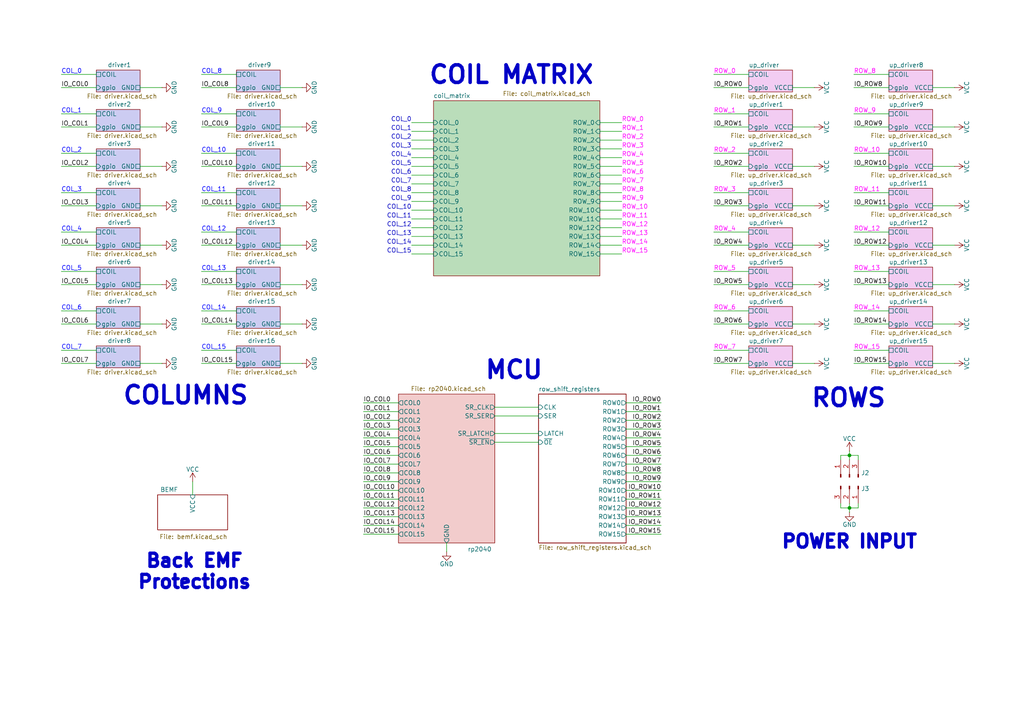
<source format=kicad_sch>
(kicad_sch (version 20231120) (generator "eeschema") (generator_version "8.0")
  (paper "A4")
  (title_block (date "2024-07-23"))
  (lib_symbols
    (symbol "Connector:Conn_01x03_Pin" (pin_names (offset 1.016) hide)
      (property "Reference" "J" (at 0 5.08 0))
      (property "Value" "Conn_01x03_Pin" (at 0 -5.08 0))
      (symbol "Conn_01x03_Pin_1_1"
        (polyline (pts (xy 1.27 -2.54) (xy 0.8636 -2.54)) (stroke (width 0.1524)))
        (polyline (pts (xy 1.27 0) (xy 0.8636 0)) (stroke (width 0.1524)))
        (polyline (pts (xy 1.27 2.54) (xy 0.8636 2.54)) (stroke (width 0.1524)))
        (rectangle (start 0.8636 -2.413) (end 0 -2.667) (stroke (width 0.1524)) (fill (type outline)))
        (rectangle (start 0.8636 0.127) (end 0 -0.127) (stroke (width 0.1524)) (fill (type outline)))
        (rectangle (start 0.8636 2.667) (end 0 2.413) (stroke (width 0.1524)) (fill (type outline)))
        (pin passive line (at 5.08 2.54 180) (length 3.81) (name "Pin_1") (number "1"))
        (pin passive line (at 5.08 0 180) (length 3.81) (name "Pin_2") (number "2"))
        (pin passive line (at 5.08 -2.54 180) (length 3.81) (name "Pin_3") (number "3"))
      )
    )
    (symbol "power:GND" (power) (pin_numbers hide) (pin_names (offset 0) hide)
      (property "Value" "GND" (at 0 -3.81 0))
      (symbol "GND_0_1"
        (polyline (pts (xy 0 0) (xy 0 -1.27) (xy 1.27 -1.27) (xy 0 -2.54) (xy -1.27 -1.27) (xy 0 -1.27)))
      )
      (symbol "GND_1_1"
        (pin power_in line (at 0 0 270) (length 0) (name "~") (number "1"))
      )
    )
    (symbol "power:VCC" (power) (pin_numbers hide) (pin_names (offset 0) hide)
      (property "Value" "VCC" (at 0 3.556 0))
      (symbol "VCC_0_1"
        (polyline (pts (xy -0.762 1.27) (xy 0 2.54)))
        (polyline (pts (xy 0 0) (xy 0 2.54)))
        (polyline (pts (xy 0 2.54) (xy 0.762 1.27)))
      )
      (symbol "VCC_1_1"
        (pin power_in line (at 0 0 90) (length 0) (name "~") (number "1"))
      )
    )
  )
  (junction (at 246.38 147.32))
  (junction (at 246.38 132.08))
  (wire (pts (xy 17.78 93.98) (xy 27.94 93.98)))
  (wire (pts (xy 257.81 36.83) (xy 247.65 36.83)))
  (wire (pts (xy 17.78 82.55) (xy 27.94 82.55)))
  (wire (pts (xy 247.65 67.31) (xy 257.81 67.31)))
  (wire (pts (xy 81.28 93.98) (xy 87.63 93.98)))
  (wire (pts (xy 17.78 33.02) (xy 27.94 33.02)))
  (wire (pts (xy 246.38 130.81) (xy 246.38 132.08)))
  (wire (pts (xy 40.64 105.41) (xy 46.99 105.41)))
  (wire (pts (xy 125.73 53.34) (xy 119.38 53.34)))
  (wire (pts (xy 207.01 21.59) (xy 217.17 21.59)))
  (wire (pts (xy 105.41 144.78) (xy 115.57 144.78)))
  (wire (pts (xy 143.51 128.27) (xy 156.21 128.27)))
  (wire (pts (xy 81.28 71.12) (xy 87.63 71.12)))
  (wire (pts (xy 81.28 59.69) (xy 87.63 59.69)))
  (wire (pts (xy 229.87 48.26) (xy 236.22 48.26)))
  (wire (pts (xy 181.61 119.38) (xy 191.77 119.38)))
  (wire (pts (xy 40.64 82.55) (xy 46.99 82.55)))
  (wire (pts (xy 180.34 38.1) (xy 173.99 38.1)))
  (wire (pts (xy 81.28 36.83) (xy 87.63 36.83)))
  (wire (pts (xy 40.64 71.12) (xy 46.99 71.12)))
  (wire (pts (xy 58.42 78.74) (xy 68.58 78.74)))
  (wire (pts (xy 58.42 55.88) (xy 68.58 55.88)))
  (wire (pts (xy 229.87 36.83) (xy 236.22 36.83)))
  (wire (pts (xy 180.34 50.8) (xy 173.99 50.8)))
  (wire (pts (xy 125.73 63.5) (xy 119.38 63.5)))
  (wire (pts (xy 17.78 90.17) (xy 27.94 90.17)))
  (wire (pts (xy 217.17 105.41) (xy 207.01 105.41)))
  (wire (pts (xy 125.73 60.96) (xy 119.38 60.96)))
  (wire (pts (xy 181.61 154.94) (xy 191.77 154.94)))
  (wire (pts (xy 229.87 82.55) (xy 236.22 82.55)))
  (wire (pts (xy 58.42 101.6) (xy 68.58 101.6)))
  (wire (pts (xy 181.61 139.7) (xy 191.77 139.7)))
  (wire (pts (xy 180.34 73.66) (xy 173.99 73.66)))
  (wire (pts (xy 125.73 43.18) (xy 119.38 43.18)))
  (wire (pts (xy 58.42 44.45) (xy 68.58 44.45)))
  (wire (pts (xy 125.73 48.26) (xy 119.38 48.26)))
  (wire (pts (xy 105.41 142.24) (xy 115.57 142.24)))
  (wire (pts (xy 181.61 137.16) (xy 191.77 137.16)))
  (wire (pts (xy 246.38 147.32) (xy 246.38 146.05)))
  (wire (pts (xy 105.41 132.08) (xy 115.57 132.08)))
  (wire (pts (xy 143.51 120.65) (xy 156.21 120.65)))
  (wire (pts (xy 17.78 59.69) (xy 27.94 59.69)))
  (wire (pts (xy 58.42 59.69) (xy 68.58 59.69)))
  (wire (pts (xy 229.87 105.41) (xy 236.22 105.41)))
  (wire (pts (xy 217.17 36.83) (xy 207.01 36.83)))
  (wire (pts (xy 17.78 25.4) (xy 27.94 25.4)))
  (wire (pts (xy 217.17 71.12) (xy 207.01 71.12)))
  (wire (pts (xy 58.42 93.98) (xy 68.58 93.98)))
  (wire (pts (xy 180.34 71.12) (xy 173.99 71.12)))
  (wire (pts (xy 40.64 59.69) (xy 46.99 59.69)))
  (wire (pts (xy 181.61 127) (xy 191.77 127)))
  (wire (pts (xy 105.41 149.86) (xy 115.57 149.86)))
  (wire (pts (xy 143.51 118.11) (xy 156.21 118.11)))
  (wire (pts (xy 125.73 73.66) (xy 119.38 73.66)))
  (wire (pts (xy 180.34 60.96) (xy 173.99 60.96)))
  (wire (pts (xy 243.84 133.35) (xy 243.84 132.08)))
  (wire (pts (xy 247.65 21.59) (xy 257.81 21.59)))
  (wire (pts (xy 270.51 48.26) (xy 276.86 48.26)))
  (wire (pts (xy 58.42 67.31) (xy 68.58 67.31)))
  (wire (pts (xy 229.87 93.98) (xy 236.22 93.98)))
  (wire (pts (xy 17.78 48.26) (xy 27.94 48.26)))
  (wire (pts (xy 17.78 71.12) (xy 27.94 71.12)))
  (wire (pts (xy 247.65 101.6) (xy 257.81 101.6)))
  (wire (pts (xy 125.73 55.88) (xy 119.38 55.88)))
  (wire (pts (xy 17.78 105.41) (xy 27.94 105.41)))
  (wire (pts (xy 81.28 25.4) (xy 87.63 25.4)))
  (wire (pts (xy 81.28 48.26) (xy 87.63 48.26)))
  (wire (pts (xy 207.01 101.6) (xy 217.17 101.6)))
  (wire (pts (xy 55.88 139.7) (xy 55.88 143.51)))
  (wire (pts (xy 105.41 129.54) (xy 115.57 129.54)))
  (wire (pts (xy 257.81 48.26) (xy 247.65 48.26)))
  (wire (pts (xy 248.92 133.35) (xy 248.92 132.08)))
  (wire (pts (xy 270.51 71.12) (xy 276.86 71.12)))
  (wire (pts (xy 180.34 53.34) (xy 173.99 53.34)))
  (wire (pts (xy 181.61 132.08) (xy 191.77 132.08)))
  (wire (pts (xy 58.42 90.17) (xy 68.58 90.17)))
  (wire (pts (xy 105.41 116.84) (xy 115.57 116.84)))
  (wire (pts (xy 58.42 48.26) (xy 68.58 48.26)))
  (wire (pts (xy 257.81 25.4) (xy 247.65 25.4)))
  (wire (pts (xy 207.01 44.45) (xy 217.17 44.45)))
  (wire (pts (xy 17.78 67.31) (xy 27.94 67.31)))
  (wire (pts (xy 229.87 25.4) (xy 236.22 25.4)))
  (wire (pts (xy 257.81 82.55) (xy 247.65 82.55)))
  (wire (pts (xy 248.92 146.05) (xy 248.92 147.32)))
  (wire (pts (xy 40.64 36.83) (xy 46.99 36.83)))
  (wire (pts (xy 270.51 105.41) (xy 276.86 105.41)))
  (wire (pts (xy 247.65 78.74) (xy 257.81 78.74)))
  (wire (pts (xy 217.17 25.4) (xy 207.01 25.4)))
  (wire (pts (xy 229.87 59.69) (xy 236.22 59.69)))
  (wire (pts (xy 180.34 55.88) (xy 173.99 55.88)))
  (wire (pts (xy 257.81 105.41) (xy 247.65 105.41)))
  (wire (pts (xy 105.41 147.32) (xy 115.57 147.32)))
  (wire (pts (xy 105.41 127) (xy 115.57 127)))
  (wire (pts (xy 246.38 132.08) (xy 246.38 133.35)))
  (wire (pts (xy 143.51 125.73) (xy 156.21 125.73)))
  (wire (pts (xy 270.51 82.55) (xy 276.86 82.55)))
  (wire (pts (xy 248.92 147.32) (xy 246.38 147.32)))
  (wire (pts (xy 17.78 55.88) (xy 27.94 55.88)))
  (wire (pts (xy 181.61 134.62) (xy 191.77 134.62)))
  (wire (pts (xy 105.41 152.4) (xy 115.57 152.4)))
  (wire (pts (xy 58.42 105.41) (xy 68.58 105.41)))
  (wire (pts (xy 270.51 93.98) (xy 276.86 93.98)))
  (wire (pts (xy 217.17 59.69) (xy 207.01 59.69)))
  (wire (pts (xy 58.42 21.59) (xy 68.58 21.59)))
  (wire (pts (xy 125.73 66.04) (xy 119.38 66.04)))
  (wire (pts (xy 105.41 124.46) (xy 115.57 124.46)))
  (wire (pts (xy 229.87 71.12) (xy 236.22 71.12)))
  (wire (pts (xy 105.41 137.16) (xy 115.57 137.16)))
  (wire (pts (xy 207.01 78.74) (xy 217.17 78.74)))
  (wire (pts (xy 243.84 146.05) (xy 243.84 147.32)))
  (wire (pts (xy 17.78 36.83) (xy 27.94 36.83)))
  (wire (pts (xy 180.34 43.18) (xy 173.99 43.18)))
  (wire (pts (xy 81.28 105.41) (xy 87.63 105.41)))
  (wire (pts (xy 257.81 93.98) (xy 247.65 93.98)))
  (wire (pts (xy 181.61 147.32) (xy 191.77 147.32)))
  (wire (pts (xy 243.84 132.08) (xy 246.38 132.08)))
  (wire (pts (xy 207.01 90.17) (xy 217.17 90.17)))
  (wire (pts (xy 247.65 90.17) (xy 257.81 90.17)))
  (wire (pts (xy 180.34 58.42) (xy 173.99 58.42)))
  (wire (pts (xy 125.73 58.42) (xy 119.38 58.42)))
  (wire (pts (xy 125.73 68.58) (xy 119.38 68.58)))
  (wire (pts (xy 58.42 25.4) (xy 68.58 25.4)))
  (wire (pts (xy 58.42 82.55) (xy 68.58 82.55)))
  (wire (pts (xy 181.61 152.4) (xy 191.77 152.4)))
  (wire (pts (xy 129.54 157.48) (xy 129.54 160.02)))
  (wire (pts (xy 181.61 124.46) (xy 191.77 124.46)))
  (wire (pts (xy 17.78 21.59) (xy 27.94 21.59)))
  (wire (pts (xy 180.34 63.5) (xy 173.99 63.5)))
  (wire (pts (xy 207.01 55.88) (xy 217.17 55.88)))
  (wire (pts (xy 81.28 82.55) (xy 87.63 82.55)))
  (wire (pts (xy 180.34 35.56) (xy 173.99 35.56)))
  (wire (pts (xy 58.42 36.83) (xy 68.58 36.83)))
  (wire (pts (xy 217.17 82.55) (xy 207.01 82.55)))
  (wire (pts (xy 105.41 119.38) (xy 115.57 119.38)))
  (wire (pts (xy 248.92 132.08) (xy 246.38 132.08)))
  (wire (pts (xy 207.01 67.31) (xy 217.17 67.31)))
  (wire (pts (xy 207.01 33.02) (xy 217.17 33.02)))
  (wire (pts (xy 105.41 134.62) (xy 115.57 134.62)))
  (wire (pts (xy 181.61 144.78) (xy 191.77 144.78)))
  (wire (pts (xy 40.64 93.98) (xy 46.99 93.98)))
  (wire (pts (xy 217.17 48.26) (xy 207.01 48.26)))
  (wire (pts (xy 257.81 71.12) (xy 247.65 71.12)))
  (wire (pts (xy 247.65 55.88) (xy 257.81 55.88)))
  (wire (pts (xy 58.42 71.12) (xy 68.58 71.12)))
  (wire (pts (xy 125.73 71.12) (xy 119.38 71.12)))
  (wire (pts (xy 243.84 147.32) (xy 246.38 147.32)))
  (wire (pts (xy 257.81 59.69) (xy 247.65 59.69)))
  (wire (pts (xy 58.42 33.02) (xy 68.58 33.02)))
  (wire (pts (xy 105.41 139.7) (xy 115.57 139.7)))
  (wire (pts (xy 247.65 44.45) (xy 257.81 44.45)))
  (wire (pts (xy 270.51 25.4) (xy 276.86 25.4)))
  (wire (pts (xy 181.61 121.92) (xy 191.77 121.92)))
  (wire (pts (xy 180.34 40.64) (xy 173.99 40.64)))
  (wire (pts (xy 125.73 45.72) (xy 119.38 45.72)))
  (wire (pts (xy 246.38 148.59) (xy 246.38 147.32)))
  (wire (pts (xy 247.65 33.02) (xy 257.81 33.02)))
  (wire (pts (xy 180.34 48.26) (xy 173.99 48.26)))
  (wire (pts (xy 125.73 50.8) (xy 119.38 50.8)))
  (wire (pts (xy 180.34 45.72) (xy 173.99 45.72)))
  (wire (pts (xy 17.78 78.74) (xy 27.94 78.74)))
  (wire (pts (xy 125.73 35.56) (xy 119.38 35.56)))
  (wire (pts (xy 217.17 93.98) (xy 207.01 93.98)))
  (wire (pts (xy 105.41 154.94) (xy 115.57 154.94)))
  (wire (pts (xy 181.61 116.84) (xy 191.77 116.84)))
  (wire (pts (xy 40.64 48.26) (xy 46.99 48.26)))
  (wire (pts (xy 105.41 121.92) (xy 115.57 121.92)))
  (wire (pts (xy 17.78 101.6) (xy 27.94 101.6)))
  (wire (pts (xy 125.73 38.1) (xy 119.38 38.1)))
  (wire (pts (xy 17.78 44.45) (xy 27.94 44.45)))
  (wire (pts (xy 270.51 59.69) (xy 276.86 59.69)))
  (wire (pts (xy 181.61 149.86) (xy 191.77 149.86)))
  (wire (pts (xy 40.64 25.4) (xy 46.99 25.4)))
  (wire (pts (xy 181.61 129.54) (xy 191.77 129.54)))
  (wire (pts (xy 180.34 66.04) (xy 173.99 66.04)))
  (wire (pts (xy 125.73 40.64) (xy 119.38 40.64)))
  (wire (pts (xy 181.61 142.24) (xy 191.77 142.24)))
  (wire (pts (xy 180.34 68.58) (xy 173.99 68.58)))
  (wire (pts (xy 270.51 36.83) (xy 276.86 36.83)))
  (text "COIL MATRIX" (at 148.336 21.844 0) (effects (font (size 5.08 5.08) (thickness 1.016) (bold yes))))
  (text "COLUMNS" (at 53.848 114.808 0) (effects (font (size 5.08 5.08) (thickness 1.016) (bold yes))))
  (text "Back EMF\nProtections" (at 56.388 165.862 0) (effects (font (size 3.81 3.81) (thickness 1.016) (bold yes))))
  (text "POWER INPUT\n" (at 246.38 157.226 0) (effects (font (size 3.81 3.81) (thickness 1.016) (bold yes))))
  (text "MCU" (at 149.098 107.442 0) (effects (font (size 5.08 5.08) (thickness 1.016) (bold yes))))
  (text "ROWS" (at 246.126 115.57 0) (effects (font (size 5.08 5.08) (thickness 1.016) (bold yes))))
  (label "COL_14" (at 58.42 90.17 0))
  (label "IO_ROW13" (at 191.77 149.86 180))
  (label "ROW_13" (at 180.34 68.58 0))
  (label "ROW_4" (at 207.01 67.31 0))
  (label "IO_COL1" (at 105.41 119.38 0))
  (label "COL_12" (at 119.38 66.04 180))
  (label "IO_ROW1" (at 191.77 119.38 180))
  (label "IO_COL8" (at 105.41 137.16 0))
  (label "IO_COL11" (at 58.42 59.69 0))
  (label "COL_1" (at 119.38 38.1 180))
  (label "IO_COL1" (at 17.78 36.83 0))
  (label "IO_ROW6" (at 207.01 93.98 0))
  (label "IO_ROW15" (at 191.77 154.94 180))
  (label "COL_3" (at 17.78 55.88 0))
  (label "COL_6" (at 119.38 50.8 180))
  (label "IO_COL12" (at 58.42 71.12 0))
  (label "ROW_11" (at 247.65 55.88 0))
  (label "COL_2" (at 17.78 44.45 0))
  (label "COL_15" (at 58.42 101.6 0))
  (label "ROW_11" (at 180.34 63.5 0))
  (label "IO_ROW9" (at 247.65 36.83 0))
  (label "IO_COL14" (at 58.42 93.98 0))
  (label "IO_ROW4" (at 191.77 127 180))
  (label "IO_COL3" (at 105.41 124.46 0))
  (label "COL_8" (at 58.42 21.59 0))
  (label "COL_10" (at 58.42 44.45 0))
  (label "IO_ROW15" (at 247.65 105.41 0))
  (label "IO_ROW14" (at 247.65 93.98 0))
  (label "ROW_9" (at 247.65 33.02 0))
  (label "IO_ROW0" (at 207.01 25.4 0))
  (label "ROW_7" (at 207.01 101.6 0))
  (label "IO_COL9" (at 105.41 139.7 0))
  (label "ROW_15" (at 180.34 73.66 0))
  (label "COL_9" (at 58.42 33.02 0))
  (label "COL_12" (at 58.42 67.31 0))
  (label "COL_9" (at 119.38 58.42 180))
  (label "COL_2" (at 119.38 40.64 180))
  (label "IO_ROW14" (at 191.77 152.4 180))
  (label "COL_8" (at 119.38 55.88 180))
  (label "COL_5" (at 119.38 48.26 180))
  (label "IO_COL13" (at 58.42 82.55 0))
  (label "COL_4" (at 17.78 67.31 0))
  (label "IO_ROW3" (at 207.01 59.69 0))
  (label "IO_ROW1" (at 207.01 36.83 0))
  (label "IO_COL5" (at 17.78 82.55 0))
  (label "IO_COL11" (at 105.41 144.78 0))
  (label "COL_4" (at 119.38 45.72 180))
  (label "ROW_0" (at 207.01 21.59 0))
  (label "IO_COL0" (at 105.41 116.84 0))
  (label "COL_5" (at 17.78 78.74 0))
  (label "IO_ROW8" (at 191.77 137.16 180))
  (label "IO_COL8" (at 58.42 25.4 0))
  (label "ROW_13" (at 247.65 78.74 0))
  (label "IO_ROW11" (at 247.65 59.69 0))
  (label "IO_COL5" (at 105.41 129.54 0))
  (label "IO_ROW3" (at 191.77 124.46 180))
  (label "IO_COL7" (at 105.41 134.62 0))
  (label "ROW_2" (at 207.01 44.45 0))
  (label "IO_ROW6" (at 191.77 132.08 180))
  (label "ROW_12" (at 180.34 66.04 0))
  (label "IO_ROW7" (at 207.01 105.41 0))
  (label "IO_COL4" (at 17.78 71.12 0))
  (label "COL_14" (at 119.38 71.12 180))
  (label "ROW_1" (at 207.01 33.02 0))
  (label "COL_3" (at 119.38 43.18 180))
  (label "IO_ROW13" (at 247.65 82.55 0))
  (label "ROW_8" (at 180.34 55.88 0))
  (label "IO_ROW10" (at 191.77 142.24 180))
  (label "IO_COL2" (at 17.78 48.26 0))
  (label "IO_ROW0" (at 191.77 116.84 180))
  (label "ROW_6" (at 180.34 50.8 0))
  (label "COL_11" (at 119.38 63.5 180))
  (label "COL_11" (at 58.42 55.88 0))
  (label "IO_COL6" (at 105.41 132.08 0))
  (label "ROW_15" (at 247.65 101.6 0))
  (label "IO_COL10" (at 58.42 48.26 0))
  (label "ROW_9" (at 180.34 58.42 0))
  (label "IO_COL10" (at 105.41 142.24 0))
  (label "IO_ROW11" (at 191.77 144.78 180))
  (label "ROW_0" (at 180.34 35.56 0))
  (label "IO_COL14" (at 105.41 152.4 0))
  (label "IO_COL15" (at 105.41 154.94 0))
  (label "ROW_10" (at 247.65 44.45 0))
  (label "IO_COL6" (at 17.78 93.98 0))
  (label "ROW_10" (at 180.34 60.96 0))
  (label "IO_ROW4" (at 207.01 71.12 0))
  (label "IO_ROW5" (at 191.77 129.54 180))
  (label "ROW_5" (at 207.01 78.74 0))
  (label "COL_7" (at 17.78 101.6 0))
  (label "COL_13" (at 58.42 78.74 0))
  (label "ROW_2" (at 180.34 40.64 0))
  (label "ROW_1" (at 180.34 38.1 0))
  (label "COL_13" (at 119.38 68.58 180))
  (label "IO_ROW7" (at 191.77 134.62 180))
  (label "COL_6" (at 17.78 90.17 0))
  (label "IO_ROW10" (at 247.65 48.26 0))
  (label "COL_10" (at 119.38 60.96 180))
  (label "IO_ROW8" (at 247.65 25.4 0))
  (label "ROW_14" (at 247.65 90.17 0))
  (label "IO_ROW2" (at 191.77 121.92 180))
  (label "ROW_5" (at 180.34 48.26 0))
  (label "ROW_12" (at 247.65 67.31 0))
  (label "COL_0" (at 17.78 21.59 0))
  (label "COL_0" (at 119.38 35.56 180))
  (label "ROW_8" (at 247.65 21.59 0))
  (label "ROW_14" (at 180.34 71.12 0))
  (label "IO_COL13" (at 105.41 149.86 0))
  (label "IO_COL0" (at 17.78 25.4 0))
  (label "COL_1" (at 17.78 33.02 0))
  (label "ROW_7" (at 180.34 53.34 0))
  (label "ROW_3" (at 180.34 43.18 0))
  (label "IO_COL2" (at 105.41 121.92 0))
  (label "COL_15" (at 119.38 73.66 180))
  (label "IO_ROW12" (at 247.65 71.12 0))
  (label "IO_COL7" (at 17.78 105.41 0))
  (label "IO_COL15" (at 58.42 105.41 0))
  (label "IO_COL12" (at 105.41 147.32 0))
  (label "IO_ROW2" (at 207.01 48.26 0))
  (label "IO_COL4" (at 105.41 127 0))
  (label "IO_COL3" (at 17.78 59.69 0))
  (label "ROW_4" (at 180.34 45.72 0))
  (label "IO_ROW12" (at 191.77 147.32 180))
  (label "ROW_3" (at 207.01 55.88 0))
  (label "IO_ROW9" (at 191.77 139.7 180))
  (label "IO_COL9" (at 58.42 36.83 0))
  (label "COL_7" (at 119.38 53.34 180))
  (label "IO_ROW5" (at 207.01 82.55 0))
  (label "ROW_6" (at 207.01 90.17 0))
  (symbol (lib_id "power:GND") (at 46.99 71.12 90) (unit 1)
    (property "Reference" "#PWR011" (effects (hide yes)))
    (property "Value" "GND" (at 50.546 71.12 0))
    (property "Description" "Power symbol creates a global label with name \"GND\" , ground" (effects (hide yes)))
  )
  (symbol (lib_id "power:VCC") (at 55.88 139.7 0) (unit 1)
    (property "Reference" "#PWR01" (effects (hide yes)))
    (property "Value" "VCC" (at 55.88 136.144 0))
    (property "Description" "Power symbol creates a global label with name \"VCC\"" (effects (hide yes)))
  )
  (symbol (lib_id "power:VCC") (at 236.22 71.12 270) (unit 1)
    (property "Reference" "#PWR063" (effects (hide yes)))
    (property "Value" "VCC" (at 239.776 71.12 0))
    (property "Description" "Power symbol creates a global label with name \"VCC\"" (effects (hide yes)))
  )
  (symbol (lib_id "power:VCC") (at 276.86 25.4 270) (unit 1)
    (property "Reference" "#PWR067" (effects (hide yes)))
    (property "Value" "VCC" (at 280.416 25.4 0))
    (property "Description" "Power symbol creates a global label with name \"VCC\"" (effects (hide yes)))
  )
  (symbol (lib_id "power:VCC") (at 276.86 59.69 270) (unit 1)
    (property "Reference" "#PWR070" (effects (hide yes)))
    (property "Value" "VCC" (at 280.416 59.69 0))
    (property "Description" "Power symbol creates a global label with name \"VCC\"" (effects (hide yes)))
  )
  (symbol (lib_id "power:GND") (at 46.99 105.41 90) (unit 1)
    (property "Reference" "#PWR017" (effects (hide yes)))
    (property "Value" "GND" (at 50.546 105.41 0))
    (property "Description" "Power symbol creates a global label with name \"GND\" , ground" (effects (hide yes)))
  )
  (symbol (lib_id "power:GND") (at 46.99 25.4 90) (unit 1)
    (property "Reference" "#PWR05" (effects (hide yes)))
    (property "Value" "GND" (at 50.546 25.4 0))
    (property "Description" "Power symbol creates a global label with name \"GND\" , ground" (effects (hide yes)))
  )
  (symbol (lib_id "power:GND") (at 46.99 59.69 90) (unit 1)
    (property "Reference" "#PWR09" (effects (hide yes)))
    (property "Value" "GND" (at 50.546 59.69 0))
    (property "Description" "Power symbol creates a global label with name \"GND\" , ground" (effects (hide yes)))
  )
  (symbol (lib_id "power:VCC") (at 246.38 130.81 0) (unit 1)
    (property "Reference" "#PWR075" (effects (hide yes)))
    (property "Value" "VCC" (at 246.38 127.254 0))
    (property "Description" "Power symbol creates a global label with name \"VCC\"" (effects (hide yes)))
  )
  (symbol (lib_id "power:GND") (at 46.99 93.98 90) (unit 1)
    (property "Reference" "#PWR015" (effects (hide yes)))
    (property "Value" "GND" (at 50.546 93.98 0))
    (property "Description" "Power symbol creates a global label with name \"GND\" , ground" (effects (hide yes)))
  )
  (symbol (lib_id "power:VCC") (at 276.86 93.98 270) (unit 1)
    (property "Reference" "#PWR073" (effects (hide yes)))
    (property "Value" "VCC" (at 280.416 93.98 0))
    (property "Description" "Power symbol creates a global label with name \"VCC\"" (effects (hide yes)))
  )
  (symbol (lib_id "power:VCC") (at 236.22 48.26 270) (unit 1)
    (property "Reference" "#PWR061" (effects (hide yes)))
    (property "Value" "VCC" (at 239.776 48.26 0))
    (property "Description" "Power symbol creates a global label with name \"VCC\"" (effects (hide yes)))
  )
  (symbol (lib_id "power:GND") (at 129.54 160.02 0) (unit 1)
    (property "Reference" "#PWR077" (effects (hide yes)))
    (property "Value" "GND" (at 129.54 163.576 0))
    (property "Description" "Power symbol creates a global label with name \"GND\" , ground" (effects (hide yes)))
  )
  (symbol (lib_id "power:VCC") (at 276.86 36.83 270) (unit 1)
    (property "Reference" "#PWR068" (effects (hide yes)))
    (property "Value" "VCC" (at 280.416 36.83 0))
    (property "Description" "Power symbol creates a global label with name \"VCC\"" (effects (hide yes)))
  )
  (symbol (lib_id "power:GND") (at 46.99 82.55 90) (unit 1)
    (property "Reference" "#PWR013" (effects (hide yes)))
    (property "Value" "GND" (at 50.546 82.55 0))
    (property "Description" "Power symbol creates a global label with name \"GND\" , ground" (effects (hide yes)))
  )
  (symbol (lib_id "power:VCC") (at 236.22 105.41 270) (unit 1)
    (property "Reference" "#PWR066" (effects (hide yes)))
    (property "Value" "VCC" (at 239.776 105.41 0))
    (property "Description" "Power symbol creates a global label with name \"VCC\"" (effects (hide yes)))
  )
  (symbol (lib_id "power:VCC") (at 236.22 93.98 270) (unit 1)
    (property "Reference" "#PWR065" (effects (hide yes)))
    (property "Value" "VCC" (at 239.776 93.98 0))
    (property "Description" "Power symbol creates a global label with name \"VCC\"" (effects (hide yes)))
  )
  (symbol (lib_id "power:GND") (at 87.63 71.12 90) (unit 1)
    (property "Reference" "#PWR023" (effects (hide yes)))
    (property "Value" "GND" (at 91.186 71.12 0))
    (property "Description" "Power symbol creates a global label with name \"GND\" , ground" (effects (hide yes)))
  )
  (symbol (lib_id "power:VCC") (at 236.22 36.83 270) (unit 1)
    (property "Reference" "#PWR060" (effects (hide yes)))
    (property "Value" "VCC" (at 239.776 36.83 0))
    (property "Description" "Power symbol creates a global label with name \"VCC\"" (effects (hide yes)))
  )
  (symbol (lib_id "power:GND") (at 87.63 105.41 90) (unit 1)
    (property "Reference" "#PWR026" (effects (hide yes)))
    (property "Value" "GND" (at 91.186 105.41 0))
    (property "Description" "Power symbol creates a global label with name \"GND\" , ground" (effects (hide yes)))
  )
  (symbol (lib_id "power:GND") (at 46.99 36.83 90) (unit 1)
    (property "Reference" "#PWR03" (effects (hide yes)))
    (property "Value" "GND" (at 50.546 36.83 0))
    (property "Description" "Power symbol creates a global label with name \"GND\" , ground" (effects (hide yes)))
  )
  (symbol (lib_id "power:GND") (at 87.63 36.83 90) (unit 1)
    (property "Reference" "#PWR020" (effects (hide yes)))
    (property "Value" "GND" (at 91.186 36.83 0))
    (property "Description" "Power symbol creates a global label with name \"GND\" , ground" (effects (hide yes)))
  )
  (symbol (lib_id "power:GND") (at 87.63 48.26 90) (unit 1)
    (property "Reference" "#PWR021" (effects (hide yes)))
    (property "Value" "GND" (at 91.186 48.26 0))
    (property "Description" "Power symbol creates a global label with name \"GND\" , ground" (effects (hide yes)))
  )
  (symbol (lib_id "power:GND") (at 46.99 48.26 90) (unit 1)
    (property "Reference" "#PWR06" (effects (hide yes)))
    (property "Value" "GND" (at 50.546 48.26 0))
    (property "Description" "Power symbol creates a global label with name \"GND\" , ground" (effects (hide yes)))
  )
  (symbol (lib_id "power:GND") (at 87.63 93.98 90) (unit 1)
    (property "Reference" "#PWR025" (effects (hide yes)))
    (property "Value" "GND" (at 91.186 93.98 0))
    (property "Description" "Power symbol creates a global label with name \"GND\" , ground" (effects (hide yes)))
  )
  (symbol (lib_id "power:VCC") (at 276.86 48.26 270) (unit 1)
    (property "Reference" "#PWR069" (effects (hide yes)))
    (property "Value" "VCC" (at 280.416 48.26 0))
    (property "Description" "Power symbol creates a global label with name \"VCC\"" (effects (hide yes)))
  )
  (symbol (lib_id "power:VCC") (at 236.22 59.69 270) (unit 1)
    (property "Reference" "#PWR062" (effects (hide yes)))
    (property "Value" "VCC" (at 239.776 59.69 0))
    (property "Description" "Power symbol creates a global label with name \"VCC\"" (effects (hide yes)))
  )
  (symbol (lib_id "power:VCC") (at 276.86 105.41 270) (unit 1)
    (property "Reference" "#PWR074" (effects (hide yes)))
    (property "Value" "VCC" (at 280.416 105.41 0))
    (property "Description" "Power symbol creates a global label with name \"VCC\"" (effects (hide yes)))
  )
  (symbol (lib_id "Connector:Conn_01x03_Pin") (at 246.38 140.97 270) (unit 1)
    (property "Reference" "J3" (at 250.952 141.732 90))
    (property "Value" "Conn_01x03_Pin" (effects (hide yes)))
    (property "Footprint" "Connector_PinHeader_2.54mm:PinHeader_1x03_P2.54mm_Vertical" (effects (hide yes)))
    (property "Description" "Generic connector, single row, 01x03, script generated" (effects (hide yes)))
  )
  (symbol (lib_id "power:GND") (at 87.63 59.69 90) (unit 1)
    (property "Reference" "#PWR022" (effects (hide yes)))
    (property "Value" "GND" (at 91.186 59.69 0))
    (property "Description" "Power symbol creates a global label with name \"GND\" , ground" (effects (hide yes)))
  )
  (symbol (lib_id "Connector:Conn_01x03_Pin") (at 246.38 138.43 90) (unit 1)
    (property "Reference" "J2" (at 250.952 137.16 90))
    (property "Value" "Conn_01x03_Pin" (effects (hide yes)))
    (property "Footprint" "Connector_PinHeader_2.54mm:PinHeader_1x03_P2.54mm_Vertical" (effects (hide yes)))
    (property "Description" "Generic connector, single row, 01x03, script generated" (effects (hide yes)))
  )
  (symbol (lib_id "power:GND") (at 87.63 25.4 90) (unit 1)
    (property "Reference" "#PWR019" (effects (hide yes)))
    (property "Value" "GND" (at 91.186 25.4 0))
    (property "Description" "Power symbol creates a global label with name \"GND\" , ground" (effects (hide yes)))
  )
  (symbol (lib_id "power:GND") (at 246.38 148.59 0) (unit 1)
    (property "Reference" "#PWR079" (effects (hide yes)))
    (property "Value" "GND" (at 246.38 152.146 0))
    (property "Description" "Power symbol creates a global label with name \"GND\" , ground" (effects (hide yes)))
  )
  (symbol (lib_id "power:VCC") (at 236.22 25.4 270) (unit 1)
    (property "Reference" "#PWR059" (effects (hide yes)))
    (property "Value" "VCC" (at 239.776 25.4 0))
    (property "Description" "Power symbol creates a global label with name \"VCC\"" (effects (hide yes)))
  )
  (symbol (lib_id "power:VCC") (at 276.86 82.55 270) (unit 1)
    (property "Reference" "#PWR072" (effects (hide yes)))
    (property "Value" "VCC" (at 280.416 82.55 0))
    (property "Description" "Power symbol creates a global label with name \"VCC\"" (effects (hide yes)))
  )
  (symbol (lib_id "power:VCC") (at 236.22 82.55 270) (unit 1)
    (property "Reference" "#PWR064" (effects (hide yes)))
    (property "Value" "VCC" (at 239.776 82.55 0))
    (property "Description" "Power symbol creates a global label with name \"VCC\"" (effects (hide yes)))
  )
  (symbol (lib_id "power:VCC") (at 276.86 71.12 270) (unit 1)
    (property "Reference" "#PWR071" (effects (hide yes)))
    (property "Value" "VCC" (at 280.416 71.12 0))
    (property "Description" "Power symbol creates a global label with name \"VCC\"" (effects (hide yes)))
  )
  (symbol (lib_id "power:GND") (at 87.63 82.55 90) (unit 1)
    (property "Reference" "#PWR024" (effects (hide yes)))
    (property "Value" "GND" (at 91.186 82.55 0))
    (property "Description" "Power symbol creates a global label with name \"GND\" , ground" (effects (hide yes)))
  )
  (sheet (at 217.17 31.75) (size 12.7 6.35) (stroke (width 0.1524)) (fill (color 194 0 194 0.2000))
    (property "Sheetname" "up_driver1" (at 217.17 31.0384 0) (effects (justify left bottom)))
    (property "Sheetfile" "up_driver.kicad_sch" (at 211.836 38.608 0) (effects (justify left top)))
    (pin "gpio" input (at 217.17 36.83 180))
    (pin "COIL" passive (at 217.17 33.02 180))
    (pin "VCC" passive (at 229.87 36.83 0))
  )
  (sheet (at 257.81 20.32) (size 12.7 6.35) (stroke (width 0.1524)) (fill (color 194 0 194 0.2000))
    (property "Sheetname" "up_driver8" (at 257.81 19.6084 0) (effects (justify left bottom)))
    (property "Sheetfile" "up_driver.kicad_sch" (at 252.476 27.178 0) (effects (justify left top)))
    (pin "gpio" input (at 257.81 25.4 180))
    (pin "COIL" passive (at 257.81 21.59 180))
    (pin "VCC" passive (at 270.51 25.4 0))
  )
  (sheet (at 257.81 43.18) (size 12.7 6.35) (stroke (width 0.1524)) (fill (color 194 0 194 0.2000))
    (property "Sheetname" "up_driver10" (at 257.81 42.4684 0) (effects (justify left bottom)))
    (property "Sheetfile" "up_driver.kicad_sch" (at 252.476 50.038 0) (effects (justify left top)))
    (pin "gpio" input (at 257.81 48.26 180))
    (pin "COIL" passive (at 257.81 44.45 180))
    (pin "VCC" passive (at 270.51 48.26 0))
  )
  (sheet (at 68.58 77.47) (size 12.7 6.35) (stroke (width 0.1524)) (fill (color 0 0 194 0.2000))
    (property "Sheetname" "driver14" (at 71.882 76.708 0) (effects (justify left bottom)))
    (property "Sheetfile" "driver.kicad_sch" (at 65.786 84.328 0) (effects (justify left top)))
    (pin "gpio" input (at 68.58 82.55 180))
    (pin "GND" passive (at 81.28 82.55 0))
    (pin "COIL" passive (at 68.58 78.74 180))
  )
  (sheet (at 68.58 43.18) (size 12.7 6.35) (stroke (width 0.1524)) (fill (color 0 0 194 0.2000))
    (property "Sheetname" "driver11" (at 71.882 42.418 0) (effects (justify left bottom)))
    (property "Sheetfile" "driver.kicad_sch" (at 65.786 50.038 0) (effects (justify left top)))
    (pin "gpio" input (at 68.58 48.26 180))
    (pin "GND" passive (at 81.28 48.26 0))
    (pin "COIL" passive (at 68.58 44.45 180))
  )
  (sheet (at 257.81 31.75) (size 12.7 6.35) (stroke (width 0.1524)) (fill (color 194 0 194 0.2000))
    (property "Sheetname" "up_driver9" (at 257.81 31.0384 0) (effects (justify left bottom)))
    (property "Sheetfile" "up_driver.kicad_sch" (at 252.476 38.608 0) (effects (justify left top)))
    (pin "gpio" input (at 257.81 36.83 180))
    (pin "COIL" passive (at 257.81 33.02 180))
    (pin "VCC" passive (at 270.51 36.83 0))
  )
  (sheet (at 68.58 31.75) (size 12.7 6.35) (stroke (width 0.1524)) (fill (color 0 0 194 0.2000))
    (property "Sheetname" "driver10" (at 71.882 30.988 0) (effects (justify left bottom)))
    (property "Sheetfile" "driver.kicad_sch" (at 65.786 38.608 0) (effects (justify left top)))
    (pin "gpio" input (at 68.58 36.83 180))
    (pin "GND" passive (at 81.28 36.83 0))
    (pin "COIL" passive (at 68.58 33.02 180))
  )
  (sheet (at 27.94 54.61) (size 12.7 6.35) (stroke (width 0.1524)) (fill (color 0 0 194 0.2000))
    (property "Sheetname" "driver4" (at 31.242 53.848 0) (effects (justify left bottom)))
    (property "Sheetfile" "driver.kicad_sch" (at 25.146 61.468 0) (effects (justify left top)))
    (pin "gpio" input (at 27.94 59.69 180))
    (pin "GND" passive (at 40.64 59.69 0))
    (pin "COIL" passive (at 27.94 55.88 180))
  )
  (sheet (at 257.81 77.47) (size 12.7 6.35) (stroke (width 0.1524)) (fill (color 194 0 194 0.2000))
    (property "Sheetname" "up_driver13" (at 257.81 76.7584 0) (effects (justify left bottom)))
    (property "Sheetfile" "up_driver.kicad_sch" (at 252.476 84.328 0) (effects (justify left top)))
    (pin "gpio" input (at 257.81 82.55 180))
    (pin "COIL" passive (at 257.81 78.74 180))
    (pin "VCC" passive (at 270.51 82.55 0))
  )
  (sheet (at 27.94 100.33) (size 12.7 6.35) (stroke (width 0.1524)) (fill (color 0 0 194 0.2000))
    (property "Sheetname" "driver8" (at 31.242 99.568 0) (effects (justify left bottom)))
    (property "Sheetfile" "driver.kicad_sch" (at 25.146 107.188 0) (effects (justify left top)))
    (pin "gpio" input (at 27.94 105.41 180))
    (pin "GND" passive (at 40.64 105.41 0))
    (pin "COIL" passive (at 27.94 101.6 180))
  )
  (sheet (at 27.94 31.75) (size 12.7 6.35) (stroke (width 0.1524)) (fill (color 0 0 194 0.2000))
    (property "Sheetname" "driver2" (at 31.242 30.988 0) (effects (justify left bottom)))
    (property "Sheetfile" "driver.kicad_sch" (at 25.146 38.608 0) (effects (justify left top)))
    (pin "gpio" input (at 27.94 36.83 180))
    (pin "GND" passive (at 40.64 36.83 0))
    (pin "COIL" passive (at 27.94 33.02 180))
  )
  (sheet (at 27.94 66.04) (size 12.7 6.35) (stroke (width 0.1524)) (fill (color 0 0 194 0.2000))
    (property "Sheetname" "driver5" (at 31.242 65.278 0) (effects (justify left bottom)))
    (property "Sheetfile" "driver.kicad_sch" (at 25.146 72.898 0) (effects (justify left top)))
    (pin "gpio" input (at 27.94 71.12 180))
    (pin "GND" passive (at 40.64 71.12 0))
    (pin "COIL" passive (at 27.94 67.31 180))
  )
  (sheet (at 68.58 66.04) (size 12.7 6.35) (stroke (width 0.1524)) (fill (color 0 0 194 0.2000))
    (property "Sheetname" "driver13" (at 71.882 65.278 0) (effects (justify left bottom)))
    (property "Sheetfile" "driver.kicad_sch" (at 65.786 72.898 0) (effects (justify left top)))
    (pin "gpio" input (at 68.58 71.12 180))
    (pin "GND" passive (at 81.28 71.12 0))
    (pin "COIL" passive (at 68.58 67.31 180))
  )
  (sheet (at 257.81 54.61) (size 12.7 6.35) (stroke (width 0.1524)) (fill (color 194 0 194 0.2000))
    (property "Sheetname" "up_driver11" (at 257.81 53.8984 0) (effects (justify left bottom)))
    (property "Sheetfile" "up_driver.kicad_sch" (at 252.476 61.468 0) (effects (justify left top)))
    (pin "gpio" input (at 257.81 59.69 180))
    (pin "COIL" passive (at 257.81 55.88 180))
    (pin "VCC" passive (at 270.51 59.69 0))
  )
  (sheet (at 156.21 114.3) (size 25.4 43.18) (stroke (width 0.1524))
    (property "Sheetname" "row_shift_registers" (at 156.21 113.5884 0) (effects (justify left bottom)))
    (property "Sheetfile" "row_shift_registers.kicad_sch" (at 156.21 158.0646 0) (effects (justify left top)))
    (pin "CLK" input (at 156.21 118.11 180))
    (pin "LATCH" input (at 156.21 125.73 180))
    (pin "~{OE}" input (at 156.21 128.27 180))
    (pin "SER" input (at 156.21 120.65 180))
    (pin "ROW0" output (at 181.61 116.84 0))
    (pin "ROW2" output (at 181.61 121.92 0))
    (pin "ROW1" output (at 181.61 119.38 0))
    (pin "ROW3" output (at 181.61 124.46 0))
    (pin "ROW7" output (at 181.61 134.62 0))
    (pin "ROW6" output (at 181.61 132.08 0))
    (pin "ROW5" output (at 181.61 129.54 0))
    (pin "ROW4" output (at 181.61 127 0))
    (pin "ROW12" output (at 181.61 147.32 0))
    (pin "ROW11" output (at 181.61 144.78 0))
    (pin "ROW13" output (at 181.61 149.86 0))
    (pin "ROW14" output (at 181.61 152.4 0))
    (pin "ROW15" output (at 181.61 154.94 0))
    (pin "ROW9" output (at 181.61 139.7 0))
    (pin "ROW8" output (at 181.61 137.16 0))
    (pin "ROW10" output (at 181.61 142.24 0))
  )
  (sheet (at 217.17 66.04) (size 12.7 6.35) (stroke (width 0.1524)) (fill (color 194 0 194 0.2000))
    (property "Sheetname" "up_driver4" (at 217.17 65.3284 0) (effects (justify left bottom)))
    (property "Sheetfile" "up_driver.kicad_sch" (at 211.836 72.898 0) (effects (justify left top)))
    (pin "gpio" input (at 217.17 71.12 180))
    (pin "COIL" passive (at 217.17 67.31 180))
    (pin "VCC" passive (at 229.87 71.12 0))
  )
  (sheet (at 217.17 100.33) (size 12.7 6.35) (stroke (width 0.1524)) (fill (color 194 0 194 0.2000))
    (property "Sheetname" "up_driver7" (at 217.17 99.6184 0) (effects (justify left bottom)))
    (property "Sheetfile" "up_driver.kicad_sch" (at 211.836 107.188 0) (effects (justify left top)))
    (pin "gpio" input (at 217.17 105.41 180))
    (pin "COIL" passive (at 217.17 101.6 180))
    (pin "VCC" passive (at 229.87 105.41 0))
  )
  (sheet (at 27.94 88.9) (size 12.7 6.35) (stroke (width 0.1524)) (fill (color 0 0 194 0.2000))
    (property "Sheetname" "driver7" (at 31.242 88.138 0) (effects (justify left bottom)))
    (property "Sheetfile" "driver.kicad_sch" (at 25.146 95.758 0) (effects (justify left top)))
    (pin "gpio" input (at 27.94 93.98 180))
    (pin "GND" passive (at 40.64 93.98 0))
    (pin "COIL" passive (at 27.94 90.17 180))
  )
  (sheet (at 68.58 100.33) (size 12.7 6.35) (stroke (width 0.1524)) (fill (color 0 0 194 0.2000))
    (property "Sheetname" "driver16" (at 71.882 99.568 0) (effects (justify left bottom)))
    (property "Sheetfile" "driver.kicad_sch" (at 65.786 107.188 0) (effects (justify left top)))
    (pin "gpio" input (at 68.58 105.41 180))
    (pin "GND" passive (at 81.28 105.41 0))
    (pin "COIL" passive (at 68.58 101.6 180))
  )
  (sheet (at 27.94 43.18) (size 12.7 6.35) (stroke (width 0.1524)) (fill (color 0 0 194 0.2000))
    (property "Sheetname" "driver3" (at 31.242 42.418 0) (effects (justify left bottom)))
    (property "Sheetfile" "driver.kicad_sch" (at 25.146 50.038 0) (effects (justify left top)))
    (pin "gpio" input (at 27.94 48.26 180))
    (pin "GND" passive (at 40.64 48.26 0))
    (pin "COIL" passive (at 27.94 44.45 180))
  )
  (sheet (at 27.94 20.32) (size 12.7 6.35) (stroke (width 0.1524)) (fill (color 0 0 194 0.2000))
    (property "Sheetname" "driver1" (at 31.242 19.558 0) (effects (justify left bottom)))
    (property "Sheetfile" "driver.kicad_sch" (at 25.146 27.178 0) (effects (justify left top)))
    (pin "gpio" input (at 27.94 25.4 180))
    (pin "GND" passive (at 40.64 25.4 0))
    (pin "COIL" passive (at 27.94 21.59 180))
  )
  (sheet (at 125.73 29.21) (size 48.26 50.8) (stroke (width 0.1524)) (fill (color 0 132 0 0.2700))
    (property "Sheetname" "coil_matrix" (at 125.73 28.4984 0) (effects (justify left bottom)))
    (property "Sheetfile" "coil_matrix.kicad_sch" (at 145.796 26.416 0) (effects (justify left top)))
    (pin "ROW_12" input (at 173.99 66.04 0))
    (pin "ROW_13" input (at 173.99 68.58 0))
    (pin "ROW_14" input (at 173.99 71.12 0))
    (pin "ROW_15" input (at 173.99 73.66 0))
    (pin "ROW_11" input (at 173.99 63.5 0))
    (pin "ROW_10" input (at 173.99 60.96 0))
    (pin "ROW_9" input (at 173.99 58.42 0))
    (pin "ROW_8" input (at 173.99 55.88 0))
    (pin "ROW_7" input (at 173.99 53.34 0))
    (pin "ROW_6" input (at 173.99 50.8 0))
    (pin "ROW_5" input (at 173.99 48.26 0))
    (pin "ROW_2" input (at 173.99 40.64 0))
    (pin "ROW_0" input (at 173.99 35.56 0))
    (pin "ROW_1" input (at 173.99 38.1 0))
    (pin "ROW_4" input (at 173.99 45.72 0))
    (pin "ROW_3" input (at 173.99 43.18 0))
    (pin "COL_9" input (at 125.73 58.42 180))
    (pin "COL_8" input (at 125.73 55.88 180))
    (pin "COL_6" input (at 125.73 50.8 180))
    (pin "COL_7" input (at 125.73 53.34 180))
    (pin "COL_10" input (at 125.73 60.96 180))
    (pin "COL_11" input (at 125.73 63.5 180))
    (pin "COL_12" input (at 125.73 66.04 180))
    (pin "COL_13" input (at 125.73 68.58 180))
    (pin "COL_14" input (at 125.73 71.12 180))
    (pin "COL_15" input (at 125.73 73.66 180))
    (pin "COL_2" input (at 125.73 40.64 180))
    (pin "COL_0" input (at 125.73 35.56 180))
    (pin "COL_1" input (at 125.73 38.1 180))
    (pin "COL_3" input (at 125.73 43.18 180))
    (pin "COL_5" input (at 125.73 48.26 180))
    (pin "COL_4" input (at 125.73 45.72 180))
  )
  (sheet (at 68.58 20.32) (size 12.7 6.35) (stroke (width 0.1524)) (fill (color 0 0 194 0.2000))
    (property "Sheetname" "driver9" (at 71.882 19.558 0) (effects (justify left bottom)))
    (property "Sheetfile" "driver.kicad_sch" (at 65.786 27.178 0) (effects (justify left top)))
    (pin "gpio" input (at 68.58 25.4 180))
    (pin "GND" passive (at 81.28 25.4 0))
    (pin "COIL" passive (at 68.58 21.59 180))
  )
  (sheet (at 217.17 54.61) (size 12.7 6.35) (stroke (width 0.1524)) (fill (color 194 0 194 0.2000))
    (property "Sheetname" "up_driver3" (at 217.17 53.8984 0) (effects (justify left bottom)))
    (property "Sheetfile" "up_driver.kicad_sch" (at 211.836 61.468 0) (effects (justify left top)))
    (pin "gpio" input (at 217.17 59.69 180))
    (pin "COIL" passive (at 217.17 55.88 180))
    (pin "VCC" passive (at 229.87 59.69 0))
  )
  (sheet (at 115.57 114.3) (size 27.94 43.18) (stroke (width 0.1524)) (fill (color 194 0 0 0.2000))
    (property "Sheetname" "rp2040" (at 135.636 160.02 0) (effects (justify left bottom)))
    (property "Sheetfile" "rp2040.kicad_sch" (at 119.126 112.014 0) (effects (justify left top)))
    (pin "GND" output (at 129.54 157.48 270))
    (pin "COL14" output (at 115.57 152.4 180))
    (pin "COL15" output (at 115.57 154.94 180))
    (pin "SR_LATCH" output (at 143.51 125.73 0))
    (pin "SR_CLK" output (at 143.51 118.11 0))
    (pin "~{SR_EN}" output (at 143.51 128.27 0))
    (pin "SR_SER" output (at 143.51 120.65 0))
    (pin "COL7" output (at 115.57 134.62 180))
    (pin "COL8" output (at 115.57 137.16 180))
    (pin "COL9" output (at 115.57 139.7 180))
    (pin "COL0" output (at 115.57 116.84 180))
    (pin "COL1" output (at 115.57 119.38 180))
    (pin "COL2" output (at 115.57 121.92 180))
    (pin "COL3" output (at 115.57 124.46 180))
    (pin "COL4" output (at 115.57 127 180))
    (pin "COL5" output (at 115.57 129.54 180))
    (pin "COL6" output (at 115.57 132.08 180))
    (pin "COL10" output (at 115.57 142.24 180))
    (pin "COL11" output (at 115.57 144.78 180))
    (pin "COL12" output (at 115.57 147.32 180))
    (pin "COL13" output (at 115.57 149.86 180))
  )
  (sheet (at 257.81 88.9) (size 12.7 6.35) (stroke (width 0.1524)) (fill (color 194 0 194 0.2000))
    (property "Sheetname" "up_driver14" (at 257.81 88.1884 0) (effects (justify left bottom)))
    (property "Sheetfile" "up_driver.kicad_sch" (at 252.476 95.758 0) (effects (justify left top)))
    (pin "gpio" input (at 257.81 93.98 180))
    (pin "COIL" passive (at 257.81 90.17 180))
    (pin "VCC" passive (at 270.51 93.98 0))
  )
  (sheet (at 257.81 100.33) (size 12.7 6.35) (stroke (width 0.1524)) (fill (color 194 0 194 0.2000))
    (property "Sheetname" "up_driver15" (at 257.81 99.6184 0) (effects (justify left bottom)))
    (property "Sheetfile" "up_driver.kicad_sch" (at 252.476 107.188 0) (effects (justify left top)))
    (pin "gpio" input (at 257.81 105.41 180))
    (pin "COIL" passive (at 257.81 101.6 180))
    (pin "VCC" passive (at 270.51 105.41 0))
  )
  (sheet (at 217.17 20.32) (size 12.7 6.35) (stroke (width 0.1524)) (fill (color 194 0 194 0.2000))
    (property "Sheetname" "up_driver" (at 217.17 19.6084 0) (effects (justify left bottom)))
    (property "Sheetfile" "up_driver.kicad_sch" (at 211.836 27.178 0) (effects (justify left top)))
    (pin "gpio" input (at 217.17 25.4 180))
    (pin "COIL" passive (at 217.17 21.59 180))
    (pin "VCC" passive (at 229.87 25.4 0))
  )
  (sheet (at 68.58 88.9) (size 12.7 6.35) (stroke (width 0.1524)) (fill (color 0 0 194 0.2000))
    (property "Sheetname" "driver15" (at 71.882 88.138 0) (effects (justify left bottom)))
    (property "Sheetfile" "driver.kicad_sch" (at 65.786 95.758 0) (effects (justify left top)))
    (pin "gpio" input (at 68.58 93.98 180))
    (pin "GND" passive (at 81.28 93.98 0))
    (pin "COIL" passive (at 68.58 90.17 180))
  )
  (sheet (at 45.72 143.51) (size 20.32 10.16) (stroke (width 0.1524))
    (property "Sheetname" "BEMF" (at 46.482 142.748 0) (effects (justify left bottom)))
    (property "Sheetfile" "bemf.kicad_sch" (at 46.228 154.94 0) (effects (justify left top)))
    (pin "VCC" input (at 55.88 143.51 90))
  )
  (sheet (at 257.81 66.04) (size 12.7 6.35) (stroke (width 0.1524)) (fill (color 194 0 194 0.2000))
    (property "Sheetname" "up_driver12" (at 257.81 65.3284 0) (effects (justify left bottom)))
    (property "Sheetfile" "up_driver.kicad_sch" (at 252.476 72.898 0) (effects (justify left top)))
    (pin "gpio" input (at 257.81 71.12 180))
    (pin "COIL" passive (at 257.81 67.31 180))
    (pin "VCC" passive (at 270.51 71.12 0))
  )
  (sheet (at 68.58 54.61) (size 12.7 6.35) (stroke (width 0.1524)) (fill (color 0 0 194 0.2000))
    (property "Sheetname" "driver12" (at 71.882 53.848 0) (effects (justify left bottom)))
    (property "Sheetfile" "driver.kicad_sch" (at 65.786 61.468 0) (effects (justify left top)))
    (pin "gpio" input (at 68.58 59.69 180))
    (pin "GND" passive (at 81.28 59.69 0))
    (pin "COIL" passive (at 68.58 55.88 180))
  )
  (sheet (at 217.17 88.9) (size 12.7 6.35) (stroke (width 0.1524)) (fill (color 194 0 194 0.2000))
    (property "Sheetname" "up_driver6" (at 217.17 88.1884 0) (effects (justify left bottom)))
    (property "Sheetfile" "up_driver.kicad_sch" (at 211.836 95.758 0) (effects (justify left top)))
    (pin "gpio" input (at 217.17 93.98 180))
    (pin "COIL" passive (at 217.17 90.17 180))
    (pin "VCC" passive (at 229.87 93.98 0))
  )
  (sheet (at 217.17 77.47) (size 12.7 6.35) (stroke (width 0.1524)) (fill (color 194 0 194 0.2000))
    (property "Sheetname" "up_driver5" (at 217.17 76.7584 0) (effects (justify left bottom)))
    (property "Sheetfile" "up_driver.kicad_sch" (at 211.836 84.328 0) (effects (justify left top)))
    (pin "gpio" input (at 217.17 82.55 180))
    (pin "COIL" passive (at 217.17 78.74 180))
    (pin "VCC" passive (at 229.87 82.55 0))
  )
  (sheet (at 217.17 43.18) (size 12.7 6.35) (stroke (width 0.1524)) (fill (color 194 0 194 0.2000))
    (property "Sheetname" "up_driver2" (at 217.17 42.4684 0) (effects (justify left bottom)))
    (property "Sheetfile" "up_driver.kicad_sch" (at 211.836 50.038 0) (effects (justify left top)))
    (pin "gpio" input (at 217.17 48.26 180))
    (pin "COIL" passive (at 217.17 44.45 180))
    (pin "VCC" passive (at 229.87 48.26 0))
  )
  (sheet (at 27.94 77.47) (size 12.7 6.35) (stroke (width 0.1524)) (fill (color 0 0 194 0.2000))
    (property "Sheetname" "driver6" (at 31.242 76.708 0) (effects (justify left bottom)))
    (property "Sheetfile" "driver.kicad_sch" (at 25.146 84.328 0) (effects (justify left top)))
    (pin "gpio" input (at 27.94 82.55 180))
    (pin "GND" passive (at 40.64 82.55 0))
    (pin "COIL" passive (at 27.94 78.74 180))
  )
)
</source>
